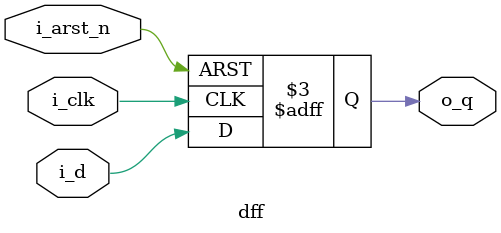
<source format=sv>
module  dff 
#(
    parameter BUS = 1
)
(
    input  logic           i_clk,
    input  logic           i_arst_n,
    input  logic [BUS-1:0] i_d,
    output logic  [BUS-1:0] o_q
);

always_ff @(posedge i_clk, negedge i_arst_n) begin
    if(~i_arst_n) o_q <= 'b0;
    else          o_q <= i_d; 
end

endmodule

</source>
